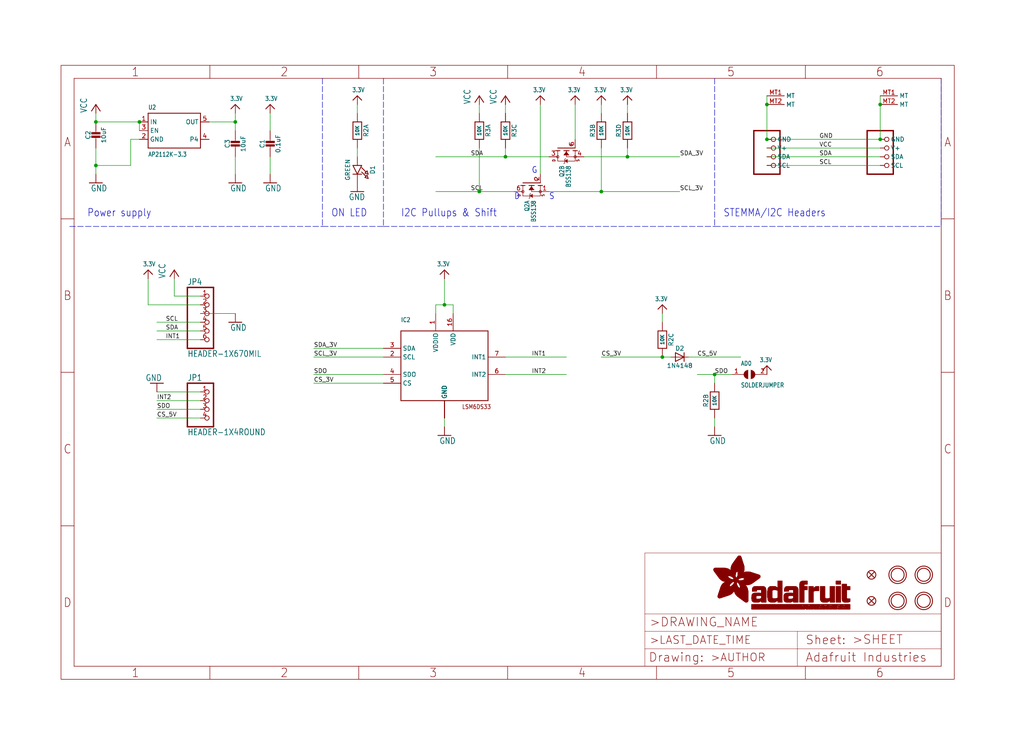
<source format=kicad_sch>
(kicad_sch (version 20211123) (generator eeschema)
  (paper "User" 298.45 217.881)
  (lib_symbols
    (symbol "schematicEagle-eagle-import:3.3V" (power)
      (property "Value" "3.3V" (at -1.524 1.016 0))
      (symbol "3.3V_1_0"
        (pin power_in line (at 0 -2.54 90) (length 2.54) (name "3.3V") (number "1"))
      )
    )
    (symbol "schematicEagle-eagle-import:CAP_CERAMIC0603_NO"
      (property "Reference" "C" (at -2.29 1.25 90))
      (property "Value" "CAP_CERAMIC0603_NO" (at 2.3 1.25 90))
      (symbol "CAP_CERAMIC0603_NO_1_0"
        (pin passive line (at 0 5.08 270) (length 2.54) (name "1") (number "1"))
        (pin passive line (at 0 -2.54 90) (length 2.54) (name "2") (number "2"))
      )
    )
    (symbol "schematicEagle-eagle-import:CAP_CERAMIC0805-NOOUTLINE"
      (property "Reference" "C" (at -2.29 1.25 90))
      (property "Value" "CAP_CERAMIC0805-NOOUTLINE" (at 2.3 1.25 90))
      (symbol "CAP_CERAMIC0805-NOOUTLINE_1_0"
        (pin passive line (at 0 5.08 270) (length 2.54) (name "1") (number "1"))
        (pin passive line (at 0 -2.54 90) (length 2.54) (name "2") (number "2"))
      )
    )
    (symbol "schematicEagle-eagle-import:DIODESOD-323"
      (property "Reference" "D" (at 0 2.54 0))
      (property "Value" "DIODESOD-323" (at 0 -2.5 0))
      (symbol "DIODESOD-323_1_0"
        (pin passive line (at -2.54 0 0) (length 2.54) (name "A") (number "A"))
        (pin passive line (at 2.54 0 180) (length 2.54) (name "C") (number "C"))
      )
    )
    (symbol "schematicEagle-eagle-import:FIDUCIAL_1MM")
    (symbol "schematicEagle-eagle-import:FRAME_A4_ADAFRUIT"
      (symbol "FRAME_A4_ADAFRUIT_0_0"
        (text "1" (at 21.6958 1.905 0) (effects (font (size 2.54 2.286))))
        (text "1" (at 21.6958 177.165 0) (effects (font (size 2.54 2.286))))
        (text "2" (at 65.0875 1.905 0) (effects (font (size 2.54 2.286))))
        (text "2" (at 65.0875 177.165 0) (effects (font (size 2.54 2.286))))
        (text "3" (at 108.4792 1.905 0) (effects (font (size 2.54 2.286))))
        (text "3" (at 108.4792 177.165 0) (effects (font (size 2.54 2.286))))
        (text "4" (at 151.8708 1.905 0) (effects (font (size 2.54 2.286))))
        (text "4" (at 151.8708 177.165 0) (effects (font (size 2.54 2.286))))
        (text "5" (at 195.2625 1.905 0) (effects (font (size 2.54 2.286))))
        (text "5" (at 195.2625 177.165 0) (effects (font (size 2.54 2.286))))
        (text "6" (at 238.6542 1.905 0) (effects (font (size 2.54 2.286))))
        (text "6" (at 238.6542 177.165 0) (effects (font (size 2.54 2.286))))
        (text "A" (at 1.905 156.6863 0) (effects (font (size 2.54 2.286))))
        (text "A" (at 258.445 156.6863 0) (effects (font (size 2.54 2.286))))
        (text "B" (at 1.905 111.9188 0) (effects (font (size 2.54 2.286))))
        (text "B" (at 258.445 111.9188 0) (effects (font (size 2.54 2.286))))
        (text "C" (at 1.905 67.1513 0) (effects (font (size 2.54 2.286))))
        (text "C" (at 258.445 67.1513 0) (effects (font (size 2.54 2.286))))
        (text "D" (at 1.905 22.3838 0) (effects (font (size 2.54 2.286))))
        (text "D" (at 258.445 22.3838 0) (effects (font (size 2.54 2.286))))
      )
      (symbol "FRAME_A4_ADAFRUIT_1_0"
        (text ">AUTHOR" (at 189.23 5.08 0) (effects (font (size 2.286 2.286)) (justify left bottom)))
        (text ">DRAWING_NAME" (at 171.45 15.24 0) (effects (font (size 2.54 2.54)) (justify left bottom)))
        (text ">LAST_DATE_TIME" (at 171.45 10.16 0) (effects (font (size 2.286 2.286)) (justify left bottom)))
        (text ">SHEET" (at 230.505 10.16 0) (effects (font (size 2.54 2.54)) (justify left bottom)))
        (text "Adafruit Industries" (at 216.916 4.953 0) (effects (font (size 2.54 2.54)) (justify left bottom)))
        (text "Drawing:" (at 171.196 4.953 0) (effects (font (size 2.54 2.54)) (justify left bottom)))
        (text "Sheet:" (at 216.916 10.033 0) (effects (font (size 2.54 2.54)) (justify left bottom)))
      )
    )
    (symbol "schematicEagle-eagle-import:GND" (power)
      (property "Value" "GND" (at -2.54 -2.54 0))
      (symbol "GND_1_0"
        (pin power_in line (at 0 2.54 270) (length 2.54) (name "GND") (number "1"))
      )
    )
    (symbol "schematicEagle-eagle-import:HEADER-1X4ROUND"
      (property "Reference" "JP" (at -6.35 8.255 0))
      (property "Value" "HEADER-1X4ROUND" (at -6.35 -7.62 0))
      (symbol "HEADER-1X4ROUND_1_0"
        (pin passive inverted (at -2.54 5.08 0) (length 2.54) (name "1") (number "1"))
        (pin passive inverted (at -2.54 2.54 0) (length 2.54) (name "2") (number "2"))
        (pin passive inverted (at -2.54 0 0) (length 2.54) (name "3") (number "3"))
        (pin passive inverted (at -2.54 -2.54 0) (length 2.54) (name "4") (number "4"))
      )
    )
    (symbol "schematicEagle-eagle-import:HEADER-1X670MIL"
      (property "Reference" "JP" (at -6.35 10.795 0))
      (property "Value" "HEADER-1X670MIL" (at -6.35 -10.16 0))
      (symbol "HEADER-1X670MIL_1_0"
        (pin passive inverted (at -2.54 7.62 0) (length 2.54) (name "1") (number "1"))
        (pin passive inverted (at -2.54 5.08 0) (length 2.54) (name "2") (number "2"))
        (pin passive inverted (at -2.54 2.54 0) (length 2.54) (name "3") (number "3"))
        (pin passive inverted (at -2.54 0 0) (length 2.54) (name "4") (number "4"))
        (pin passive inverted (at -2.54 -2.54 0) (length 2.54) (name "5") (number "5"))
        (pin passive inverted (at -2.54 -5.08 0) (length 2.54) (name "6") (number "6"))
      )
    )
    (symbol "schematicEagle-eagle-import:LED0603_NOOUTLINE"
      (property "Reference" "D" (at -1.27 4.445 0))
      (property "Value" "LED0603_NOOUTLINE" (at -1.27 -2.794 0))
      (symbol "LED0603_NOOUTLINE_1_0"
        (pin passive line (at -5.08 0 0) (length 2.54) (name "A") (number "A"))
        (pin passive line (at 2.54 0 180) (length 2.54) (name "C") (number "C"))
      )
    )
    (symbol "schematicEagle-eagle-import:LSM6DS33"
      (property "Reference" "IC" (at -12.7 12.7 0))
      (symbol "LSM6DS33_1_0"
        (text "LSM6DS33" (at 5.08 -12.7 0) (effects (font (size 1.27 1.0795)) (justify left bottom)))
        (pin power_in line (at -2.54 15.24 270) (length 5.08) (name "VDDIO") (number "1"))
        (pin power_in line (at 0 -15.24 90) (length 5.08) (name "GND") (number "10"))
        (pin power_in line (at 0 -15.24 90) (length 5.08) (name "GND") (number "11"))
        (pin power_in line (at 0 -15.24 90) (length 5.08) (name "GND") (number "12"))
        (pin power_in line (at 0 -15.24 90) (length 5.08) (name "GND") (number "13"))
        (pin power_in line (at 0 -15.24 90) (length 5.08) (name "GND") (number "15"))
        (pin power_in line (at 2.54 15.24 270) (length 5.08) (name "VDD") (number "16"))
        (pin bidirectional line (at -17.78 2.54 0) (length 5.08) (name "SCL") (number "2"))
        (pin bidirectional line (at -17.78 5.08 0) (length 5.08) (name "SDA") (number "3"))
        (pin bidirectional line (at -17.78 -2.54 0) (length 5.08) (name "SDO") (number "4"))
        (pin input line (at -17.78 -5.08 0) (length 5.08) (name "CS") (number "5"))
        (pin output line (at 17.78 -2.54 180) (length 5.08) (name "INT2") (number "6"))
        (pin output line (at 17.78 2.54 180) (length 5.08) (name "INT1") (number "7"))
        (pin power_in line (at 0 -15.24 90) (length 5.08) (name "GND") (number "8"))
        (pin power_in line (at 0 -15.24 90) (length 5.08) (name "GND") (number "9"))
      )
    )
    (symbol "schematicEagle-eagle-import:MOSFET-N_DUAL"
      (property "Reference" "Q" (at 5.08 0.635 0))
      (property "Value" "MOSFET-N_DUAL" (at 5.08 -1.27 0))
      (symbol "MOSFET-N_DUAL_1_0"
        (text "D" (at 3.175 3.175 0) (effects (font (size 0.8128 0.6908)) (justify left bottom)))
        (text "G" (at -1.27 -1.905 0) (effects (font (size 0.8128 0.6908)) (justify left bottom)))
        (text "S" (at 3.175 -3.81 0) (effects (font (size 0.8128 0.6908)) (justify left bottom)))
        (pin bidirectional line (at 2.54 -5.08 90) (length 2.54) (name "S") (number "1"))
        (pin bidirectional line (at -2.54 -2.54 0) (length 2.54) (name "G") (number "2"))
        (pin bidirectional line (at 2.54 5.08 270) (length 2.54) (name "D") (number "6"))
      )
      (symbol "MOSFET-N_DUAL_2_0"
        (text "D" (at 3.175 3.175 0) (effects (font (size 0.8128 0.6908)) (justify left bottom)))
        (text "G" (at -1.27 -1.905 0) (effects (font (size 0.8128 0.6908)) (justify left bottom)))
        (text "S" (at 3.175 -3.81 0) (effects (font (size 0.8128 0.6908)) (justify left bottom)))
        (pin bidirectional line (at 2.54 5.08 270) (length 2.54) (name "D") (number "3"))
        (pin bidirectional line (at 2.54 -5.08 90) (length 2.54) (name "S") (number "4"))
        (pin bidirectional line (at -2.54 -2.54 0) (length 2.54) (name "G") (number "5"))
      )
    )
    (symbol "schematicEagle-eagle-import:MOUNTINGHOLE2.5")
    (symbol "schematicEagle-eagle-import:RESISTOR_4PACK"
      (property "Reference" "R" (at 0 2.54 0))
      (property "Value" "RESISTOR_4PACK" (at 0 0 0))
      (symbol "RESISTOR_4PACK_1_0"
        (pin passive line (at -5.08 0 0) (length 2.54) (name "1") (number "1"))
        (pin passive line (at 5.08 0 180) (length 2.54) (name "2") (number "8"))
      )
      (symbol "RESISTOR_4PACK_2_0"
        (pin passive line (at -5.08 0 0) (length 2.54) (name "1") (number "2"))
        (pin passive line (at 5.08 0 180) (length 2.54) (name "2") (number "7"))
      )
      (symbol "RESISTOR_4PACK_3_0"
        (pin passive line (at -5.08 0 0) (length 2.54) (name "1") (number "3"))
        (pin passive line (at 5.08 0 180) (length 2.54) (name "2") (number "6"))
      )
      (symbol "RESISTOR_4PACK_4_0"
        (pin passive line (at -5.08 0 0) (length 2.54) (name "1") (number "4"))
        (pin passive line (at 5.08 0 180) (length 2.54) (name "2") (number "5"))
      )
    )
    (symbol "schematicEagle-eagle-import:SOLDERJUMPER"
      (property "Reference" "SJ" (at -2.54 2.54 0))
      (property "Value" "SOLDERJUMPER" (at -2.54 -3.81 0))
      (symbol "SOLDERJUMPER_1_0"
        (pin passive line (at -5.08 0 0) (length 2.54) (name "1") (number "1"))
        (pin passive line (at 5.08 0 180) (length 2.54) (name "2") (number "2"))
      )
    )
    (symbol "schematicEagle-eagle-import:STEMMA_I2C_QT"
      (symbol "STEMMA_I2C_QT_1_0"
        (pin passive inverted (at 0 5.08 0) (length 2.54) (name "GND") (number "1"))
        (pin passive inverted (at 0 2.54 0) (length 2.54) (name "V+") (number "2"))
        (pin passive inverted (at 0 0 0) (length 2.54) (name "SDA") (number "3"))
        (pin passive inverted (at 0 -2.54 0) (length 2.54) (name "SCL") (number "4"))
      )
      (symbol "STEMMA_I2C_QT_2_0"
        (pin bidirectional line (at 0 0 0) (length 5.08) (name "MT") (number "MT1"))
      )
      (symbol "STEMMA_I2C_QT_3_0"
        (pin bidirectional line (at 0 0 0) (length 5.08) (name "MT") (number "MT2"))
      )
    )
    (symbol "schematicEagle-eagle-import:VCC" (power)
      (property "Value" "VCC" (at -2.54 -2.54 90))
      (symbol "VCC_1_0"
        (pin power_in line (at 0 -2.54 90) (length 2.54) (name "VCC") (number "1"))
      )
    )
    (symbol "schematicEagle-eagle-import:VREG_SOT23-5"
      (property "Reference" "U" (at -7.62 6.096 0))
      (property "Value" "VREG_SOT23-5" (at -7.62 -7.62 0))
      (symbol "VREG_SOT23-5_1_0"
        (pin power_in line (at -10.16 2.54 0) (length 2.54) (name "IN") (number "1"))
        (pin power_in line (at -10.16 -2.54 0) (length 2.54) (name "GND") (number "2"))
        (pin input line (at -10.16 0 0) (length 2.54) (name "EN") (number "3"))
        (pin bidirectional line (at 10.16 -2.54 180) (length 2.54) (name "P4") (number "4"))
        (pin power_in line (at 10.16 2.54 180) (length 2.54) (name "OUT") (number "5"))
      )
    )
  )
  (junction (at 40.64 35.56))
  (junction (at 256.54 30.48))
  (junction (at 223.52 30.48))
  (junction (at 193.04 104.14))
  (junction (at 182.88 45.72))
  (junction (at 208.28 109.22))
  (junction (at 27.94 48.26))
  (junction (at 68.58 35.56))
  (junction (at 139.7 55.88))
  (junction (at 147.32 45.72))
  (junction (at 223.52 40.64))
  (junction (at 256.54 40.64))
  (junction (at 129.54 88.9))
  (junction (at 175.26 55.88))
  (junction (at 27.94 35.56))
  (wire (pts (xy 182.88 43.18) (xy 182.88 45.72)))
  (wire (pts (xy 27.94 48.26) (xy 27.94 50.8)))
  (wire (pts (xy 208.28 109.22) (xy 203.2 109.22)))
  (wire (pts (xy 132.08 91.44) (xy 132.08 88.9)))
  (wire (pts (xy 157.48 50.8) (xy 157.48 30.48)))
  (wire (pts (xy 165.1 109.22) (xy 147.32 109.22)))
  (wire (pts (xy 40.64 35.56) (xy 27.94 35.56)))
  (wire (pts (xy 104.14 30.48) (xy 104.14 33.02)))
  (wire (pts (xy 68.58 35.56) (xy 68.58 33.02)))
  (wire (pts (xy 27.94 33.02) (xy 27.94 35.56)))
  (wire (pts (xy 78.74 45.72) (xy 78.74 50.8)))
  (polyline (pts (xy 111.76 66.04) (xy 208.28 66.04)))
  (wire (pts (xy 127 88.9) (xy 129.54 88.9)))
  (wire (pts (xy 208.28 124.46) (xy 208.28 121.92)))
  (wire (pts (xy 195.58 104.14) (xy 193.04 104.14)))
  (wire (pts (xy 129.54 121.92) (xy 129.54 124.46)))
  (wire (pts (xy 160.02 45.72) (xy 147.32 45.72)))
  (wire (pts (xy 132.08 88.9) (xy 129.54 88.9)))
  (wire (pts (xy 223.52 43.18) (xy 256.54 43.18)))
  (wire (pts (xy 58.42 88.9) (xy 43.18 88.9)))
  (wire (pts (xy 149.86 55.88) (xy 139.7 55.88)))
  (wire (pts (xy 139.7 55.88) (xy 127 55.88)))
  (wire (pts (xy 40.64 38.1) (xy 40.64 35.56)))
  (wire (pts (xy 256.54 40.64) (xy 256.54 30.48)))
  (wire (pts (xy 43.18 88.9) (xy 43.18 81.28)))
  (wire (pts (xy 104.14 45.72) (xy 104.14 43.18)))
  (wire (pts (xy 147.32 33.02) (xy 147.32 30.48)))
  (wire (pts (xy 256.54 30.48) (xy 256.54 27.94)))
  (wire (pts (xy 256.54 45.72) (xy 223.52 45.72)))
  (wire (pts (xy 160.02 55.88) (xy 175.26 55.88)))
  (wire (pts (xy 256.54 40.64) (xy 223.52 40.64)))
  (wire (pts (xy 111.76 111.76) (xy 91.44 111.76)))
  (wire (pts (xy 208.28 111.76) (xy 208.28 109.22)))
  (wire (pts (xy 58.42 96.52) (xy 45.72 96.52)))
  (wire (pts (xy 58.42 91.44) (xy 68.58 91.44)))
  (wire (pts (xy 170.18 45.72) (xy 182.88 45.72)))
  (wire (pts (xy 193.04 104.14) (xy 175.26 104.14)))
  (wire (pts (xy 58.42 121.92) (xy 45.72 121.92)))
  (wire (pts (xy 58.42 119.38) (xy 45.72 119.38)))
  (polyline (pts (xy 274.32 22.86) (xy 274.32 66.04)))
  (wire (pts (xy 50.8 86.36) (xy 50.8 81.28)))
  (wire (pts (xy 223.52 48.26) (xy 256.54 48.26)))
  (wire (pts (xy 200.66 104.14) (xy 215.9 104.14)))
  (wire (pts (xy 182.88 33.02) (xy 182.88 30.48)))
  (wire (pts (xy 182.88 45.72) (xy 198.12 45.72)))
  (wire (pts (xy 60.96 35.56) (xy 68.58 35.56)))
  (wire (pts (xy 175.26 33.02) (xy 175.26 30.48)))
  (wire (pts (xy 38.1 40.64) (xy 38.1 48.26)))
  (wire (pts (xy 27.94 48.26) (xy 27.94 43.18)))
  (wire (pts (xy 147.32 43.18) (xy 147.32 45.72)))
  (wire (pts (xy 58.42 93.98) (xy 45.72 93.98)))
  (wire (pts (xy 223.52 30.48) (xy 223.52 40.64)))
  (wire (pts (xy 147.32 45.72) (xy 127 45.72)))
  (wire (pts (xy 139.7 30.48) (xy 139.7 33.02)))
  (wire (pts (xy 38.1 48.26) (xy 27.94 48.26)))
  (wire (pts (xy 78.74 33.02) (xy 78.74 38.1)))
  (wire (pts (xy 58.42 116.84) (xy 45.72 116.84)))
  (polyline (pts (xy 93.98 66.04) (xy 111.76 66.04)))
  (wire (pts (xy 208.28 109.22) (xy 213.36 109.22)))
  (wire (pts (xy 111.76 109.22) (xy 91.44 109.22)))
  (polyline (pts (xy 20.32 66.04) (xy 93.98 66.04)))
  (wire (pts (xy 68.58 35.56) (xy 68.58 38.1)))
  (polyline (pts (xy 111.76 22.86) (xy 111.76 66.04)))
  (wire (pts (xy 193.04 93.98) (xy 193.04 91.44)))
  (polyline (pts (xy 93.98 22.86) (xy 93.98 66.04)))
  (wire (pts (xy 147.32 104.14) (xy 165.1 104.14)))
  (wire (pts (xy 111.76 101.6) (xy 91.44 101.6)))
  (wire (pts (xy 129.54 88.9) (xy 129.54 81.28)))
  (wire (pts (xy 40.64 40.64) (xy 38.1 40.64)))
  (wire (pts (xy 175.26 55.88) (xy 198.12 55.88)))
  (wire (pts (xy 127 88.9) (xy 127 91.44)))
  (wire (pts (xy 45.72 114.3) (xy 58.42 114.3)))
  (wire (pts (xy 58.42 86.36) (xy 50.8 86.36)))
  (wire (pts (xy 223.52 27.94) (xy 223.52 30.48)))
  (wire (pts (xy 68.58 45.72) (xy 68.58 50.8)))
  (wire (pts (xy 167.64 40.64) (xy 167.64 30.48)))
  (polyline (pts (xy 208.28 66.04) (xy 274.32 66.04)))
  (wire (pts (xy 139.7 43.18) (xy 139.7 55.88)))
  (wire (pts (xy 91.44 104.14) (xy 111.76 104.14)))
  (wire (pts (xy 175.26 43.18) (xy 175.26 55.88)))
  (wire (pts (xy 58.42 99.06) (xy 45.72 99.06)))
  (polyline (pts (xy 208.28 22.86) (xy 208.28 66.04)))
  (text "ON LED" (at 96.52 63.5 180) (effects (font (size 2.1844 1.8567)) (justify left bottom)))
  (text "G" (at 154.94 50.8 180) (effects (font (size 1.778 1.5113)) (justify left bottom)))
  (text "I2C Pullups & Shift" (at 116.84 63.5 180) (effects (font (size 2.1844 1.8567)) (justify left bottom)))
  (text "S" (at 160.02 58.42 180) (effects (font (size 1.778 1.5113)) (justify left bottom)))
  (text "D" (at 149.86 58.42 180) (effects (font (size 1.778 1.5113)) (justify left bottom)))
  (text "STEMMA/I2C Headers" (at 210.82 63.5 180) (effects (font (size 2.1844 1.8567)) (justify left bottom)))
  (text "Power supply" (at 25.4 63.5 180) (effects (font (size 2.1844 1.8567)) (justify left bottom)))
  (label "INT1" (at 48.26 99.06 0) (effects (font (size 1.2446 1.2446))))
  (label "CS_3V" (at 175.26 104.14 0) (effects (font (size 1.2446 1.2446))))
  (label "SDA" (at 137.16 45.72 0) (effects (font (size 1.2446 1.2446))))
  (label "SCL" (at 137.16 55.88 0) (effects (font (size 1.2446 1.2446))))
  (label "SCL" (at 48.26 93.98 0) (effects (font (size 1.2446 1.2446))))
  (label "SDA" (at 238.76 45.72 0) (effects (font (size 1.2446 1.2446))))
  (label "GND" (at 238.76 40.64 0) (effects (font (size 1.2446 1.2446))))
  (label "SDA_3V" (at 198.12 45.72 0) (effects (font (size 1.2446 1.2446))))
  (label "SDO" (at 208.28 109.22 0) (effects (font (size 1.2446 1.2446))))
  (label "VCC" (at 238.76 43.18 0) (effects (font (size 1.2446 1.2446))))
  (label "INT1" (at 154.94 104.14 0) (effects (font (size 1.2446 1.2446))))
  (label "INT2" (at 45.72 116.84 0) (effects (font (size 1.2446 1.2446))))
  (label "CS_5V" (at 203.2 104.14 0) (effects (font (size 1.2446 1.2446))))
  (label "SDA_3V" (at 91.44 101.6 0) (effects (font (size 1.2446 1.2446))))
  (label "SDO" (at 45.72 119.38 0) (effects (font (size 1.2446 1.2446))))
  (label "SCL_3V" (at 91.44 104.14 0) (effects (font (size 1.2446 1.2446))))
  (label "INT2" (at 154.94 109.22 0) (effects (font (size 1.2446 1.2446))))
  (label "SCL" (at 238.76 48.26 0) (effects (font (size 1.2446 1.2446))))
  (label "SCL_3V" (at 198.12 55.88 0) (effects (font (size 1.2446 1.2446))))
  (label "CS_3V" (at 91.44 111.76 0) (effects (font (size 1.2446 1.2446))))
  (label "SDA" (at 48.26 96.52 0) (effects (font (size 1.2446 1.2446))))
  (label "CS_5V" (at 45.72 121.92 0) (effects (font (size 1.2446 1.2446))))
  (label "SDO" (at 91.44 109.22 0) (effects (font (size 1.2446 1.2446))))
  (symbol (lib_id "schematicEagle-eagle-import:HEADER-1X4ROUND") (at 60.96 119.38 0) (unit 1)
    (property "Reference" "JP1" (at 54.61 111.125 0) (effects (font (size 1.778 1.5113)) (justify left bottom)))
    (property "Value" "HEADER-1X4ROUND" (at 54.61 127 0) (effects (font (size 1.778 1.5113)) (justify left bottom)))
    (property "Footprint" "schematicEagle:1X04_ROUND" (effects hide))
  )
  (symbol (lib_id "schematicEagle-eagle-import:MOUNTINGHOLE2.5") (at 269.24 167.64 0) (unit 1)
    (property "Reference" "U$19" (effects hide))
    (property "Value" "MOUNTINGHOLE2.5" (effects hide))
    (property "Footprint" "schematicEagle:MOUNTINGHOLE_2.5_PLATED" (effects hide))
  )
  (symbol (lib_id "schematicEagle-eagle-import:CAP_CERAMIC0603_NO") (at 78.74 43.18 0) (unit 1)
    (property "Reference" "C1" (at 76.45 41.93 90))
    (property "Value" "0.1uF" (at 81.04 41.93 90))
    (property "Footprint" "schematicEagle:0603-NO" (effects hide))
  )
  (symbol (lib_id "schematicEagle-eagle-import:FIDUCIAL_1MM") (at 254 167.64 0) (unit 1)
    (property "Reference" "FID4" (effects hide))
    (property "Value" "FIDUCIAL_1MM" (effects hide))
    (property "Footprint" "schematicEagle:FIDUCIAL_1MM" (effects hide))
  )
  (symbol (lib_id "schematicEagle-eagle-import:MOUNTINGHOLE2.5") (at 261.62 175.26 0) (unit 1)
    (property "Reference" "U$1" (effects hide))
    (property "Value" "MOUNTINGHOLE2.5" (effects hide))
    (property "Footprint" "schematicEagle:MOUNTINGHOLE_2.5_PLATED" (effects hide))
  )
  (symbol (lib_id "schematicEagle-eagle-import:3.3V") (at 157.48 27.94 0) (mirror y) (unit 1)
    (property "Reference" "#U$26" (effects hide))
    (property "Value" "3.3V" (at 159.004 26.924 0) (effects (font (size 1.27 1.0795)) (justify left bottom)))
    (property "Footprint" "schematicEagle:" (effects hide))
  )
  (symbol (lib_id "schematicEagle-eagle-import:FRAME_A4_ADAFRUIT") (at 17.78 198.12 0) (unit 1)
    (property "Reference" "#U$18" (effects hide))
    (property "Value" "FRAME_A4_ADAFRUIT" (effects hide))
    (property "Footprint" "schematicEagle:" (effects hide))
  )
  (symbol (lib_id "schematicEagle-eagle-import:3.3V") (at 129.54 78.74 0) (mirror y) (unit 1)
    (property "Reference" "#U$4" (effects hide))
    (property "Value" "3.3V" (at 131.064 77.724 0) (effects (font (size 1.27 1.0795)) (justify left bottom)))
    (property "Footprint" "schematicEagle:" (effects hide))
  )
  (symbol (lib_id "schematicEagle-eagle-import:GND") (at 27.94 53.34 0) (unit 1)
    (property "Reference" "#U$13" (effects hide))
    (property "Value" "GND" (at 26.416 55.88 0) (effects (font (size 1.778 1.5113)) (justify left bottom)))
    (property "Footprint" "schematicEagle:" (effects hide))
  )
  (symbol (lib_id "schematicEagle-eagle-import:LED0603_NOOUTLINE") (at 104.14 50.8 270) (unit 1)
    (property "Reference" "D1" (at 108.585 49.53 0))
    (property "Value" "GREEN" (at 101.346 49.53 0))
    (property "Footprint" "schematicEagle:CHIPLED_0603_NOOUTLINE" (effects hide))
  )
  (symbol (lib_id "schematicEagle-eagle-import:VCC") (at 139.7 27.94 0) (unit 1)
    (property "Reference" "#P+1" (effects hide))
    (property "Value" "VCC" (at 137.16 30.48 90) (effects (font (size 1.778 1.5113)) (justify left bottom)))
    (property "Footprint" "schematicEagle:" (effects hide))
  )
  (symbol (lib_id "schematicEagle-eagle-import:VCC") (at 50.8 78.74 0) (unit 1)
    (property "Reference" "#P+4" (effects hide))
    (property "Value" "VCC" (at 48.26 81.28 90) (effects (font (size 1.778 1.5113)) (justify left bottom)))
    (property "Footprint" "schematicEagle:" (effects hide))
  )
  (symbol (lib_id "schematicEagle-eagle-import:GND") (at 208.28 127 0) (unit 1)
    (property "Reference" "#U$20" (effects hide))
    (property "Value" "GND" (at 206.756 129.54 0) (effects (font (size 1.778 1.5113)) (justify left bottom)))
    (property "Footprint" "schematicEagle:" (effects hide))
  )
  (symbol (lib_id "schematicEagle-eagle-import:SOLDERJUMPER") (at 218.44 109.22 0) (unit 1)
    (property "Reference" "AD0" (at 215.9 106.68 0) (effects (font (size 1.27 1.0795)) (justify left bottom)))
    (property "Value" "SOLDERJUMPER" (at 215.9 113.03 0) (effects (font (size 1.27 1.0795)) (justify left bottom)))
    (property "Footprint" "schematicEagle:SOLDERJUMPER_ARROW_NOPASTE" (effects hide))
  )
  (symbol (lib_id "schematicEagle-eagle-import:VCC") (at 27.94 30.48 0) (unit 1)
    (property "Reference" "#P+3" (effects hide))
    (property "Value" "VCC" (at 25.4 33.02 90) (effects (font (size 1.778 1.5113)) (justify left bottom)))
    (property "Footprint" "schematicEagle:" (effects hide))
  )
  (symbol (lib_id "schematicEagle-eagle-import:3.3V") (at 68.58 30.48 0) (unit 1)
    (property "Reference" "#U$15" (effects hide))
    (property "Value" "3.3V" (at 67.056 29.464 0) (effects (font (size 1.27 1.0795)) (justify left bottom)))
    (property "Footprint" "schematicEagle:" (effects hide))
  )
  (symbol (lib_id "schematicEagle-eagle-import:RESISTOR_4PACK") (at 139.7 38.1 270) (unit 1)
    (property "Reference" "R3" (at 142.24 38.1 0))
    (property "Value" "10K" (at 139.7 38.1 0) (effects (font (size 1.016 1.016) bold)))
    (property "Footprint" "schematicEagle:RESPACK_4X0603" (effects hide))
  )
  (symbol (lib_id "schematicEagle-eagle-import:3.3V") (at 167.64 27.94 0) (mirror y) (unit 1)
    (property "Reference" "#U$23" (effects hide))
    (property "Value" "3.3V" (at 169.164 26.924 0) (effects (font (size 1.27 1.0795)) (justify left bottom)))
    (property "Footprint" "schematicEagle:" (effects hide))
  )
  (symbol (lib_id "schematicEagle-eagle-import:3.3V") (at 175.26 27.94 0) (mirror y) (unit 1)
    (property "Reference" "#U$24" (effects hide))
    (property "Value" "3.3V" (at 176.784 26.924 0) (effects (font (size 1.27 1.0795)) (justify left bottom)))
    (property "Footprint" "schematicEagle:" (effects hide))
  )
  (symbol (lib_id "schematicEagle-eagle-import:MOUNTINGHOLE2.5") (at 269.24 175.26 0) (unit 1)
    (property "Reference" "U$21" (effects hide))
    (property "Value" "MOUNTINGHOLE2.5" (effects hide))
    (property "Footprint" "schematicEagle:MOUNTINGHOLE_2.5_PLATED" (effects hide))
  )
  (symbol (lib_id "schematicEagle-eagle-import:RESISTOR_4PACK") (at 104.14 38.1 270) (unit 1)
    (property "Reference" "R2" (at 106.68 38.1 0))
    (property "Value" "10K" (at 104.14 38.1 0) (effects (font (size 1.016 1.016) bold)))
    (property "Footprint" "schematicEagle:RESPACK_4X0603" (effects hide))
  )
  (symbol (lib_id "schematicEagle-eagle-import:3.3V") (at 78.74 30.48 0) (unit 1)
    (property "Reference" "#U$14" (effects hide))
    (property "Value" "3.3V" (at 77.216 29.464 0) (effects (font (size 1.27 1.0795)) (justify left bottom)))
    (property "Footprint" "schematicEagle:" (effects hide))
  )
  (symbol (lib_id "schematicEagle-eagle-import:RESISTOR_4PACK") (at 193.04 99.06 270) (unit 3)
    (property "Reference" "R2" (at 195.58 99.06 0))
    (property "Value" "10K" (at 193.04 99.06 0) (effects (font (size 1.016 1.016) bold)))
    (property "Footprint" "schematicEagle:RESPACK_4X0603" (effects hide))
  )
  (symbol (lib_id "schematicEagle-eagle-import:RESISTOR_4PACK") (at 147.32 38.1 270) (unit 3)
    (property "Reference" "R3" (at 149.86 38.1 0))
    (property "Value" "10K" (at 147.32 38.1 0) (effects (font (size 1.016 1.016) bold)))
    (property "Footprint" "schematicEagle:RESPACK_4X0603" (effects hide))
  )
  (symbol (lib_id "schematicEagle-eagle-import:MOSFET-N_DUAL") (at 154.94 53.34 90) (mirror x) (unit 1)
    (property "Reference" "Q2" (at 154.305 58.42 0) (effects (font (size 1.27 1.0795)) (justify left bottom)))
    (property "Value" "BSS138" (at 156.21 58.42 0) (effects (font (size 1.27 1.0795)) (justify left bottom)))
    (property "Footprint" "schematicEagle:SOT363" (effects hide))
  )
  (symbol (lib_id "schematicEagle-eagle-import:STEMMA_I2C_QT") (at 256.54 27.94 0) (unit 2)
    (property "Reference" "CONN4" (effects hide))
    (property "Value" "STEMMA_I2C_QT" (effects hide))
    (property "Footprint" "schematicEagle:JST_SH4" (effects hide))
  )
  (symbol (lib_id "schematicEagle-eagle-import:HEADER-1X670MIL") (at 60.96 93.98 0) (unit 1)
    (property "Reference" "JP4" (at 54.61 83.185 0) (effects (font (size 1.778 1.5113)) (justify left bottom)))
    (property "Value" "HEADER-1X670MIL" (at 54.61 104.14 0) (effects (font (size 1.778 1.5113)) (justify left bottom)))
    (property "Footprint" "schematicEagle:1X06_ROUND_70" (effects hide))
  )
  (symbol (lib_id "schematicEagle-eagle-import:GND") (at 45.72 111.76 180) (unit 1)
    (property "Reference" "#U$8" (effects hide))
    (property "Value" "GND" (at 47.244 109.22 0) (effects (font (size 1.778 1.5113)) (justify left bottom)))
    (property "Footprint" "schematicEagle:" (effects hide))
  )
  (symbol (lib_id "schematicEagle-eagle-import:GND") (at 104.14 55.88 0) (unit 1)
    (property "Reference" "#GND6" (effects hide))
    (property "Value" "GND" (at 101.6 58.42 0) (effects (font (size 1.778 1.5113)) (justify left bottom)))
    (property "Footprint" "schematicEagle:" (effects hide))
  )
  (symbol (lib_id "schematicEagle-eagle-import:GND") (at 129.54 127 0) (unit 1)
    (property "Reference" "#U$2" (effects hide))
    (property "Value" "GND" (at 128.016 129.54 0) (effects (font (size 1.778 1.5113)) (justify left bottom)))
    (property "Footprint" "schematicEagle:" (effects hide))
  )
  (symbol (lib_id "schematicEagle-eagle-import:LSM6DS33") (at 129.54 106.68 0) (unit 1)
    (property "Reference" "IC2" (at 116.84 93.98 0) (effects (font (size 1.27 1.0795)) (justify left bottom)))
    (property "Value" "LSM6DS33" (effects hide))
    (property "Footprint" "schematicEagle:LGA16_3X3MM" (effects hide))
  )
  (symbol (lib_id "schematicEagle-eagle-import:CAP_CERAMIC0805-NOOUTLINE") (at 68.58 43.18 0) (unit 1)
    (property "Reference" "C3" (at 66.29 41.93 90))
    (property "Value" "10uF" (at 70.88 41.93 90))
    (property "Footprint" "schematicEagle:0805-NO" (effects hide))
  )
  (symbol (lib_id "schematicEagle-eagle-import:RESISTOR_4PACK") (at 175.26 38.1 90) (mirror x) (unit 2)
    (property "Reference" "R3" (at 172.72 38.1 0))
    (property "Value" "10K" (at 175.26 38.1 0) (effects (font (size 1.016 1.016) bold)))
    (property "Footprint" "schematicEagle:RESPACK_4X0603" (effects hide))
  )
  (symbol (lib_id "schematicEagle-eagle-import:3.3V") (at 193.04 88.9 0) (mirror y) (unit 1)
    (property "Reference" "#U$12" (effects hide))
    (property "Value" "3.3V" (at 194.564 87.884 0) (effects (font (size 1.27 1.0795)) (justify left bottom)))
    (property "Footprint" "schematicEagle:" (effects hide))
  )
  (symbol (lib_id "schematicEagle-eagle-import:3.3V") (at 43.18 78.74 0) (unit 1)
    (property "Reference" "#U$16" (effects hide))
    (property "Value" "3.3V" (at 41.656 77.724 0) (effects (font (size 1.27 1.0795)) (justify left bottom)))
    (property "Footprint" "schematicEagle:" (effects hide))
  )
  (symbol (lib_id "schematicEagle-eagle-import:3.3V") (at 104.14 27.94 0) (unit 1)
    (property "Reference" "#U$3" (effects hide))
    (property "Value" "3.3V" (at 102.616 26.924 0) (effects (font (size 1.27 1.0795)) (justify left bottom)))
    (property "Footprint" "schematicEagle:" (effects hide))
  )
  (symbol (lib_id "schematicEagle-eagle-import:MOUNTINGHOLE2.5") (at 261.62 167.64 0) (unit 1)
    (property "Reference" "U$17" (effects hide))
    (property "Value" "MOUNTINGHOLE2.5" (effects hide))
    (property "Footprint" "schematicEagle:MOUNTINGHOLE_2.5_PLATED" (effects hide))
  )
  (symbol (lib_id "schematicEagle-eagle-import:VREG_SOT23-5") (at 50.8 38.1 0) (unit 1)
    (property "Reference" "U2" (at 43.18 32.004 0) (effects (font (size 1.27 1.0795)) (justify left bottom)))
    (property "Value" "AP2112K-3.3" (at 43.18 45.72 0) (effects (font (size 1.27 1.0795)) (justify left bottom)))
    (property "Footprint" "schematicEagle:SOT23-5" (effects hide))
  )
  (symbol (lib_id "schematicEagle-eagle-import:VCC") (at 147.32 27.94 0) (unit 1)
    (property "Reference" "#P+2" (effects hide))
    (property "Value" "VCC" (at 144.78 30.48 90) (effects (font (size 1.778 1.5113)) (justify left bottom)))
    (property "Footprint" "schematicEagle:" (effects hide))
  )
  (symbol (lib_id "schematicEagle-eagle-import:STEMMA_I2C_QT") (at 223.52 45.72 0) (unit 1)
    (property "Reference" "CONN3" (effects hide))
    (property "Value" "STEMMA_I2C_QT" (effects hide))
    (property "Footprint" "schematicEagle:JST_SH4" (effects hide))
  )
  (symbol (lib_id "schematicEagle-eagle-import:3.3V") (at 223.52 106.68 0) (mirror y) (unit 1)
    (property "Reference" "#U$11" (effects hide))
    (property "Value" "3.3V" (at 225.044 105.664 0) (effects (font (size 1.27 1.0795)) (justify left bottom)))
    (property "Footprint" "schematicEagle:" (effects hide))
  )
  (symbol (lib_id "schematicEagle-eagle-import:DIODESOD-323") (at 198.12 104.14 0) (unit 1)
    (property "Reference" "D2" (at 198.12 101.6 0))
    (property "Value" "1N4148" (at 198.12 106.64 0))
    (property "Footprint" "schematicEagle:SOD-323" (effects hide))
  )
  (symbol (lib_id "schematicEagle-eagle-import:GND") (at 78.74 53.34 0) (unit 1)
    (property "Reference" "#U$6" (effects hide))
    (property "Value" "GND" (at 77.216 55.88 0) (effects (font (size 1.778 1.5113)) (justify left bottom)))
    (property "Footprint" "schematicEagle:" (effects hide))
  )
  (symbol (lib_id "schematicEagle-eagle-import:MOSFET-N_DUAL") (at 165.1 43.18 90) (mirror x) (unit 2)
    (property "Reference" "Q2" (at 164.465 48.26 0) (effects (font (size 1.27 1.0795)) (justify left bottom)))
    (property "Value" "BSS138" (at 166.37 48.26 0) (effects (font (size 1.27 1.0795)) (justify left bottom)))
    (property "Footprint" "schematicEagle:SOT363" (effects hide))
  )
  (symbol (lib_id "schematicEagle-eagle-import:STEMMA_I2C_QT") (at 256.54 30.48 0) (unit 3)
    (property "Reference" "CONN4" (effects hide))
    (property "Value" "STEMMA_I2C_QT" (effects hide))
    (property "Footprint" "schematicEagle:JST_SH4" (effects hide))
  )
  (symbol (lib_id "schematicEagle-eagle-import:RESISTOR_4PACK") (at 182.88 38.1 90) (mirror x) (unit 4)
    (property "Reference" "R3" (at 180.34 38.1 0))
    (property "Value" "10K" (at 182.88 38.1 0) (effects (font (size 1.016 1.016) bold)))
    (property "Footprint" "schematicEagle:RESPACK_4X0603" (effects hide))
  )
  (symbol (lib_id "schematicEagle-eagle-import:FIDUCIAL_1MM") (at 254 175.26 0) (unit 1)
    (property "Reference" "FID3" (effects hide))
    (property "Value" "FIDUCIAL_1MM" (effects hide))
    (property "Footprint" "schematicEagle:FIDUCIAL_1MM" (effects hide))
  )
  (symbol (lib_id "schematicEagle-eagle-import:STEMMA_I2C_QT") (at 223.52 27.94 0) (unit 2)
    (property "Reference" "CONN3" (effects hide))
    (property "Value" "STEMMA_I2C_QT" (effects hide))
    (property "Footprint" "schematicEagle:JST_SH4" (effects hide))
  )
  (symbol (lib_id "schematicEagle-eagle-import:CAP_CERAMIC0805-NOOUTLINE") (at 27.94 40.64 0) (unit 1)
    (property "Reference" "C2" (at 25.65 39.39 90))
    (property "Value" "10uF" (at 30.24 39.39 90))
    (property "Footprint" "schematicEagle:0805-NO" (effects hide))
  )
  (symbol (lib_id "schematicEagle-eagle-import:3.3V") (at 182.88 27.94 0) (mirror y) (unit 1)
    (property "Reference" "#U$7" (effects hide))
    (property "Value" "3.3V" (at 184.404 26.924 0) (effects (font (size 1.27 1.0795)) (justify left bottom)))
    (property "Footprint" "schematicEagle:" (effects hide))
  )
  (symbol (lib_id "schematicEagle-eagle-import:GND") (at 68.58 93.98 0) (unit 1)
    (property "Reference" "#U$10" (effects hide))
    (property "Value" "GND" (at 67.056 96.52 0) (effects (font (size 1.778 1.5113)) (justify left bottom)))
    (property "Footprint" "schematicEagle:" (effects hide))
  )
  (symbol (lib_id "schematicEagle-eagle-import:STEMMA_I2C_QT") (at 256.54 45.72 0) (unit 1)
    (property "Reference" "CONN4" (effects hide))
    (property "Value" "STEMMA_I2C_QT" (effects hide))
    (property "Footprint" "schematicEagle:JST_SH4" (effects hide))
  )
  (symbol (lib_id "schematicEagle-eagle-import:RESISTOR_4PACK") (at 208.28 116.84 90) (unit 2)
    (property "Reference" "R2" (at 205.74 116.84 0))
    (property "Value" "10K" (at 208.28 116.84 0) (effects (font (size 1.016 1.016) bold)))
    (property "Footprint" "schematicEagle:RESPACK_4X0603" (effects hide))
  )
  (symbol (lib_id "schematicEagle-eagle-import:GND") (at 68.58 53.34 0) (unit 1)
    (property "Reference" "#U$5" (effects hide))
    (property "Value" "GND" (at 67.056 55.88 0) (effects (font (size 1.778 1.5113)) (justify left bottom)))
    (property "Footprint" "schematicEagle:" (effects hide))
  )
  (symbol (lib_id "schematicEagle-eagle-import:STEMMA_I2C_QT") (at 223.52 30.48 0) (unit 3)
    (property "Reference" "CONN3" (effects hide))
    (property "Value" "STEMMA_I2C_QT" (effects hide))
    (property "Footprint" "schematicEagle:JST_SH4" (effects hide))
  )
)
</source>
